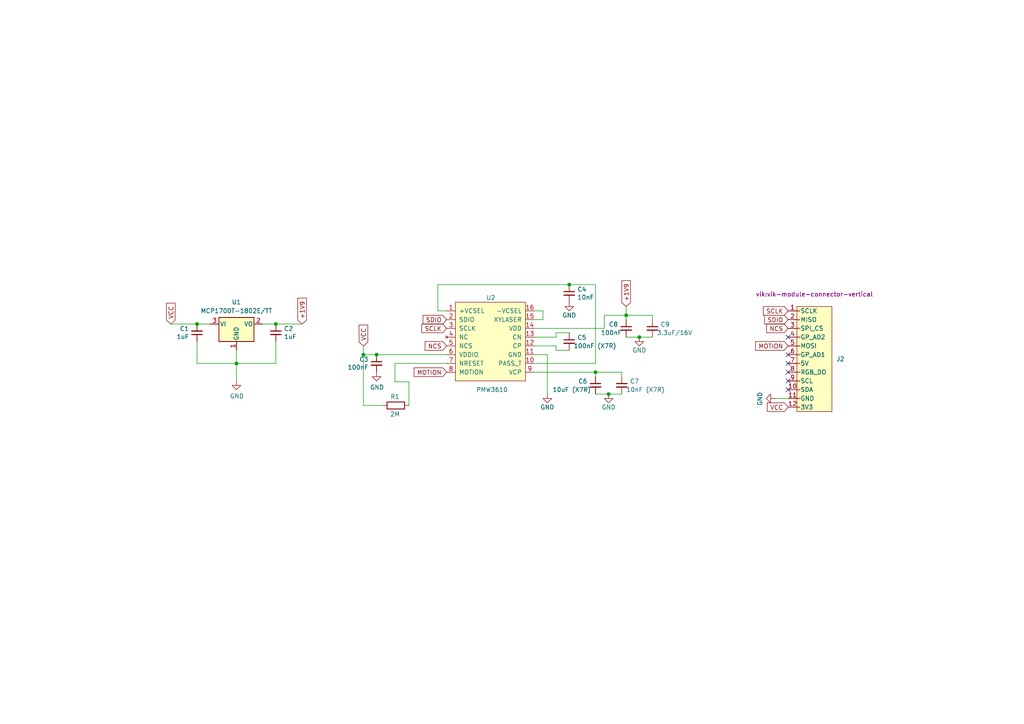
<source format=kicad_sch>
(kicad_sch (version 20231120) (generator "eeschema") (generator_version "8.0")
  (paper "A4")
  (lib_symbols
    (symbol "Device:C_Small" (pin_numbers hide) (pin_names (offset 0.254) hide)
      (property "Reference" "C" (at 0.254 1.778 0))
      (property "Value" "C_Small" (at 0.254 -2.032 0))
      (symbol "C_Small_0_1"
        (polyline (pts (xy -1.524 -0.508) (xy 1.524 -0.508)) (stroke (width 0.3302)))
        (polyline (pts (xy -1.524 0.508) (xy 1.524 0.508)) (stroke (width 0.3048)))
      )
      (symbol "C_Small_1_1"
        (pin passive line (at 0 2.54 270) (length 2.032) (name "~") (number "1"))
        (pin passive line (at 0 -2.54 90) (length 2.032) (name "~") (number "2"))
      )
    )
    (symbol "Device:R" (pin_numbers hide) (pin_names (offset 0))
      (property "Reference" "R" (at 2.032 0 90))
      (property "Value" "R" (at 0 0 90))
      (symbol "R_0_1"
        (rectangle (start -1.016 -2.54) (end 1.016 2.54) (stroke (width 0.254)))
      )
      (symbol "R_1_1"
        (pin passive line (at 0 3.81 270) (length 1.27) (name "~") (number "1"))
        (pin passive line (at 0 -3.81 90) (length 1.27) (name "~") (number "2"))
      )
    )
    (symbol "Regulator_Linear:MCP1700x-180xxTT" (pin_names (offset 0.254))
      (property "Reference" "U" (at -3.81 3.175 0))
      (property "Value" "MCP1700x-180xxTT" (at 0 3.175 0))
      (symbol "MCP1700x-180xxTT_0_1"
        (rectangle (start -5.08 1.905) (end 5.08 -5.08) (stroke (width 0.254)) (fill (type background)))
      )
      (symbol "MCP1700x-180xxTT_1_1"
        (pin power_in line (at 0 -7.62 90) (length 2.54) (name "GND") (number "1"))
        (pin power_out line (at 7.62 0 180) (length 2.54) (name "VO") (number "2"))
        (pin power_in line (at -7.62 0 0) (length 2.54) (name "VI") (number "3"))
      )
    )
    (symbol "mysymbol:PMW3610" (pin_names (offset 1.016))
      (property "Reference" "U2" (at -1.27 13.97 0))
      (property "Value" "PMW3610" (at 5.08 -12.7 0))
      (symbol "PMW3610_0_0"
        (pin input line (at -12.7 10.16 0) (length 2.54) (name "+VCSEL") (number "1"))
        (pin unspecified line (at 12.7 -5.08 180) (length 2.54) (name "PASS_T") (number "10"))
        (pin input line (at 12.7 -2.54 180) (length 2.54) (name "GND") (number "11"))
        (pin unspecified line (at 12.7 0 180) (length 2.54) (name "CP") (number "12"))
        (pin unspecified line (at 12.7 2.54 180) (length 2.54) (name "CN") (number "13"))
        (pin power_in line (at 12.7 5.08 180) (length 2.54) (name "VDD") (number "14"))
        (pin input line (at 12.7 7.62 180) (length 2.54) (name "XYLASER") (number "15"))
        (pin unspecified line (at 12.7 10.16 180) (length 2.54) (name "-VCSEL") (number "16"))
        (pin bidirectional line (at -12.7 7.62 0) (length 2.54) (name "SDIO") (number "2"))
        (pin input line (at -12.7 5.08 0) (length 2.54) (name "SCLK") (number "3"))
        (pin no_connect line (at -12.7 2.54 0) (length 2.54) (name "NC") (number "4"))
        (pin input line (at -12.7 0 0) (length 2.54) (name "NCS") (number "5"))
        (pin input line (at -12.7 -2.54 0) (length 2.54) (name "VDDIO") (number "6"))
        (pin input line (at -12.7 -5.08 0) (length 2.54) (name "NRESET") (number "7"))
        (pin output line (at -12.7 -7.62 0) (length 2.54) (name "MOTION") (number "8"))
        (pin unspecified line (at 12.7 -7.62 180) (length 2.54) (name "VCP") (number "9"))
      )
      (symbol "PMW3610_0_1"
        (rectangle (start -10.16 12.7) (end 10.16 -10.16) (fill (type background)))
      )
    )
    (symbol "power:GND" (power) (pin_names (offset 0))
      (property "Value" "GND" (at 0 -3.81 0))
      (symbol "GND_0_1"
        (polyline (pts (xy 0 0) (xy 0 -1.27) (xy 1.27 -1.27) (xy 0 -2.54) (xy -1.27 -1.27) (xy 0 -1.27)))
      )
      (symbol "GND_1_1"
        (pin power_in line (at 0 0 270) (length 0) hide (name "GND") (number "1"))
      )
    )
    (symbol "vik:vik-module-connector" (pin_names (offset 1))
      (property "Reference" "J" (at 0 15.875 0))
      (symbol "vik-module-connector_1_1"
        (rectangle (start -5.08 13.97) (end 5.08 -16.51) (fill (type background)))
        (rectangle (start -5.0546 -15.113) (end -4.191 -15.367) (stroke (width 0.1)))
        (rectangle (start -5.0546 -12.573) (end -4.191 -12.827) (stroke (width 0.1)))
        (rectangle (start -5.0546 -10.033) (end -4.191 -10.287) (stroke (width 0.1)))
        (rectangle (start -5.0546 -7.493) (end -4.191 -7.747) (stroke (width 0.1)))
        (rectangle (start -5.0546 -4.953) (end -4.191 -5.207) (stroke (width 0.1)))
        (rectangle (start -5.0546 -2.413) (end -4.191 -2.667) (stroke (width 0.1)))
        (rectangle (start -5.0546 0.127) (end -4.191 -0.127) (stroke (width 0.1)))
        (rectangle (start -5.0546 2.667) (end -4.191 2.413) (stroke (width 0.1)))
        (rectangle (start -5.0546 5.207) (end -4.191 4.953) (stroke (width 0.1)))
        (rectangle (start -5.0546 7.747) (end -4.191 7.493) (stroke (width 0.1)))
        (rectangle (start -5.0546 10.287) (end -4.191 10.033) (stroke (width 0.1)))
        (rectangle (start -5.0546 12.827) (end -4.191 12.573) (stroke (width 0.1)))
        (pin output line (at -7.62 12.7 0) (length 2.54) (name "SCLK") (number "1"))
        (pin bidirectional line (at -7.62 -10.16 0) (length 2.54) (name "SDA") (number "10"))
        (pin power_out line (at -7.62 -12.7 0) (length 2.54) (name "GND") (number "11"))
        (pin power_out line (at -7.62 -15.24 0) (length 2.54) (name "3V3") (number "12"))
        (pin tri_state line (at -7.62 10.16 0) (length 2.54) (name "MISO") (number "2"))
        (pin output line (at -7.62 7.62 0) (length 2.54) (name "SPI_CS") (number "3"))
        (pin bidirectional line (at -7.62 5.08 0) (length 2.54) (name "GP_AD2") (number "4"))
        (pin output line (at -7.62 2.54 0) (length 2.54) (name "MOSI") (number "5"))
        (pin bidirectional line (at -7.62 0 0) (length 2.54) (name "GP_AD1") (number "6"))
        (pin power_out line (at -7.62 -2.54 0) (length 2.54) (name "5V") (number "7"))
        (pin output line (at -7.62 -5.08 0) (length 2.54) (name "RGB_DO") (number "8"))
        (pin bidirectional line (at -7.62 -7.62 0) (length 2.54) (name "SCL") (number "9"))
      )
    )
  )
  (junction (at 181.61 91.44))
  (junction (at 176.53 114.3))
  (junction (at 105.41 102.87))
  (junction (at 185.42 97.79))
  (junction (at 57.15 93.98))
  (junction (at 172.72 107.95))
  (junction (at 165.1 82.55))
  (junction (at 80.01 93.98))
  (junction (at 109.22 102.87))
  (junction (at 68.58 105.41))
  (no_connect (at 228.6 102.87))
  (no_connect (at 228.6 113.03))
  (no_connect (at 228.6 97.79))
  (no_connect (at 228.6 105.41))
  (no_connect (at 228.6 110.49))
  (no_connect (at 228.6 107.95))
  (wire (pts (xy 57.15 99.06) (xy 57.15 105.41)))
  (wire (pts (xy 181.61 91.44) (xy 181.61 92.71)))
  (wire (pts (xy 172.72 105.41) (xy 172.72 82.55)))
  (wire (pts (xy 154.94 105.41) (xy 172.72 105.41)))
  (wire (pts (xy 68.58 101.6) (xy 68.58 105.41)))
  (wire (pts (xy 172.72 82.55) (xy 165.1 82.55)))
  (wire (pts (xy 114.554 110.744) (xy 114.554 105.41)))
  (wire (pts (xy 161.29 97.79) (xy 161.29 96.52)))
  (wire (pts (xy 224.79 115.57) (xy 228.6 115.57)))
  (wire (pts (xy 154.94 102.87) (xy 158.75 102.87)))
  (wire (pts (xy 76.2 93.98) (xy 80.01 93.98)))
  (wire (pts (xy 172.72 114.3) (xy 176.53 114.3)))
  (wire (pts (xy 80.01 99.06) (xy 80.01 105.41)))
  (wire (pts (xy 154.94 107.95) (xy 172.72 107.95)))
  (wire (pts (xy 57.15 105.41) (xy 68.58 105.41)))
  (wire (pts (xy 161.29 100.33) (xy 161.29 101.6)))
  (wire (pts (xy 80.01 105.41) (xy 68.58 105.41)))
  (wire (pts (xy 181.61 91.44) (xy 189.23 91.44)))
  (wire (pts (xy 118.618 110.744) (xy 118.618 117.602)))
  (wire (pts (xy 157.48 90.17) (xy 157.48 92.71)))
  (wire (pts (xy 110.998 117.602) (xy 105.41 117.602)))
  (wire (pts (xy 172.72 107.95) (xy 172.72 109.22)))
  (wire (pts (xy 118.618 110.744) (xy 114.554 110.744)))
  (wire (pts (xy 57.15 93.98) (xy 60.96 93.98)))
  (wire (pts (xy 154.94 90.17) (xy 157.48 90.17)))
  (wire (pts (xy 114.554 105.41) (xy 129.54 105.41)))
  (wire (pts (xy 105.41 100.33) (xy 105.41 102.87)))
  (wire (pts (xy 176.53 114.3) (xy 180.34 114.3)))
  (wire (pts (xy 181.61 97.79) (xy 185.42 97.79)))
  (wire (pts (xy 175.26 95.25) (xy 175.26 91.44)))
  (wire (pts (xy 181.61 88.9) (xy 181.61 91.44)))
  (wire (pts (xy 87.63 93.98) (xy 80.01 93.98)))
  (wire (pts (xy 154.94 97.79) (xy 161.29 97.79)))
  (wire (pts (xy 180.34 107.95) (xy 180.34 109.22)))
  (wire (pts (xy 105.41 102.87) (xy 109.22 102.87)))
  (wire (pts (xy 127 90.17) (xy 129.54 90.17)))
  (wire (pts (xy 189.23 91.44) (xy 189.23 92.71)))
  (wire (pts (xy 154.94 95.25) (xy 175.26 95.25)))
  (wire (pts (xy 161.29 96.52) (xy 165.1 96.52)))
  (wire (pts (xy 172.72 107.95) (xy 180.34 107.95)))
  (wire (pts (xy 154.94 92.71) (xy 157.48 92.71)))
  (wire (pts (xy 175.26 91.44) (xy 181.61 91.44)))
  (wire (pts (xy 68.58 105.41) (xy 68.58 110.49)))
  (wire (pts (xy 165.1 82.55) (xy 127 82.55)))
  (wire (pts (xy 158.75 102.87) (xy 158.75 114.3)))
  (wire (pts (xy 105.41 102.87) (xy 105.41 117.602)))
  (wire (pts (xy 185.42 97.79) (xy 189.23 97.79)))
  (wire (pts (xy 127 82.55) (xy 127 90.17)))
  (wire (pts (xy 161.29 101.6) (xy 165.1 101.6)))
  (wire (pts (xy 154.94 100.33) (xy 161.29 100.33)))
  (wire (pts (xy 109.22 102.87) (xy 129.54 102.87)))
  (wire (pts (xy 49.53 93.98) (xy 57.15 93.98)))
  (global_label "NCS" (shape input) (at 129.54 100.33 180) (property "Intersheetrefs" "${INTERSHEET_REFS}" (effects (hide yes))))
  (global_label "MOTION" (shape input) (at 228.6 100.33 180) (property "Intersheetrefs" "${INTERSHEET_REFS}" (effects (hide yes))))
  (global_label "+1V9" (shape input) (at 181.61 88.9 90) (property "Intersheetrefs" "${INTERSHEET_REFS}" (effects (hide yes))))
  (global_label "+1V9" (shape input) (at 87.63 93.98 90) (property "Intersheetrefs" "${INTERSHEET_REFS}" (effects (hide yes))))
  (global_label "VCC" (shape input) (at 105.41 100.33 90) (property "Intersheetrefs" "${INTERSHEET_REFS}" (effects (hide yes))))
  (global_label "NCS" (shape input) (at 228.6 95.25 180) (property "Intersheetrefs" "${INTERSHEET_REFS}" (effects (hide yes))))
  (global_label "VCC" (shape input) (at 49.53 93.98 90) (property "Intersheetrefs" "${INTERSHEET_REFS}" (effects (hide yes))))
  (global_label "SCLK" (shape input) (at 228.6 90.17 180) (property "Intersheetrefs" "${INTERSHEET_REFS}" (effects (hide yes))))
  (global_label "SDIO" (shape input) (at 129.54 92.71 180) (property "Intersheetrefs" "${INTERSHEET_REFS}" (effects (hide yes))))
  (global_label "MOTION" (shape input) (at 129.54 107.95 180) (property "Intersheetrefs" "${INTERSHEET_REFS}" (effects (hide yes))))
  (global_label "SDIO" (shape input) (at 228.6 92.71 180) (property "Intersheetrefs" "${INTERSHEET_REFS}" (effects (hide yes))))
  (global_label "VCC" (shape input) (at 228.6 118.11 180) (property "Intersheetrefs" "${INTERSHEET_REFS}" (effects (hide yes))))
  (global_label "SCLK" (shape input) (at 129.54 95.25 180) (property "Intersheetrefs" "${INTERSHEET_REFS}" (effects (hide yes))))
  (symbol (lib_id "power:GND") (at 158.75 114.3 0) (unit 1)
    (property "Reference" "#PWR03" (effects (hide yes)))
    (property "Value" "GND" (at 158.75 118.11 0))
  )
  (symbol (lib_id "power:GND") (at 109.22 107.95 0) (unit 1)
    (property "Reference" "#PWR02" (effects (hide yes)))
    (property "Value" "GND" (at 109.347 112.3442 0))
  )
  (symbol (lib_id "mysymbol:PMW3610") (at 142.24 100.33 0) (unit 1)
    (property "Reference" "U2" (at 140.97 86.36 0) (effects (justify left)))
    (property "Value" "PMW3610" (at 147.32 113.03 0) (effects (justify right)))
    (property "Footprint" "roBa:PMW3610DM-SUDU 16Pin" (effects (hide yes)))
  )
  (symbol (lib_id "Device:C_Small") (at 80.01 96.52 0) (unit 1)
    (property "Reference" "C2" (at 82.3468 95.3516 0) (effects (justify left)))
    (property "Value" "1uF" (at 82.3468 97.663 0) (effects (justify left)))
    (property "Footprint" "roBa:C_0603_1608Metric" (effects (hide yes)))
  )
  (symbol (lib_id "Regulator_Linear:MCP1700x-180xxTT") (at 68.58 93.98 0) (unit 1)
    (property "Reference" "U1" (at 68.58 87.63 0))
    (property "Value" "MCP1700T-1802E/TT" (at 68.58 90.17 0))
    (property "Footprint" "roBa:SOT-23" (effects (hide yes)))
    (property "Datasheet" "http://ww1.microchip.com/downloads/en/DeviceDoc/20001826D.pdf" (effects (hide yes)))
    (property "Description" "250mA Low Quiscent Current LDO, 1.8V output, SOT-23" (effects (hide yes)))
  )
  (symbol (lib_id "power:GND") (at 224.79 115.57 270) (unit 1)
    (property "Reference" "#PWR07" (effects (hide yes)))
    (property "Value" "GND" (at 220.3958 115.697 0))
  )
  (symbol (lib_id "Device:C_Small") (at 109.22 105.41 0) (mirror y) (unit 1)
    (property "Reference" "C3" (at 106.8832 104.2416 0) (effects (justify left)))
    (property "Value" "100nF" (at 106.8832 106.553 0) (effects (justify left)))
    (property "Footprint" "roBa:C_0603_1608Metric" (effects (hide yes)))
  )
  (symbol (lib_id "Device:C_Small") (at 181.61 95.25 0) (mirror y) (unit 1)
    (property "Reference" "C8" (at 179.2732 94.0816 0) (effects (justify left)))
    (property "Value" "100nF" (at 180.34 96.52 0) (effects (justify left)))
    (property "Footprint" "roBa:C_0603_1608Metric" (effects (hide yes)))
  )
  (symbol (lib_id "Device:C_Small") (at 165.1 85.09 0) (unit 1)
    (property "Reference" "C4" (at 167.4368 83.9216 0) (effects (justify left)))
    (property "Value" "10nF" (at 167.4368 86.233 0) (effects (justify left)))
    (property "Footprint" "roBa:C_0603_1608Metric" (effects (hide yes)))
  )
  (symbol (lib_id "Device:C_Small") (at 165.1 99.06 0) (unit 1)
    (property "Reference" "C5" (at 167.4368 97.8916 0) (effects (justify left)))
    (property "Value" "100nF (X7R)" (at 166.37 100.33 0) (effects (justify left)))
    (property "Footprint" "roBa:C_0603_1608Metric" (effects (hide yes)))
  )
  (symbol (lib_id "Device:C_Small") (at 57.15 96.52 0) (mirror x) (unit 1)
    (property "Reference" "C1" (at 54.8386 95.3516 0) (effects (justify right)))
    (property "Value" "1uF" (at 54.8386 97.663 0) (effects (justify right)))
    (property "Footprint" "roBa:C_0603_1608Metric" (effects (hide yes)))
  )
  (symbol (lib_id "power:GND") (at 185.42 97.79 0) (unit 1)
    (property "Reference" "#PWR06" (effects (hide yes)))
    (property "Value" "GND" (at 185.42 101.6 0))
  )
  (symbol (lib_id "power:GND") (at 68.58 110.49 0) (unit 1)
    (property "Reference" "#PWR01" (effects (hide yes)))
    (property "Value" "GND" (at 68.707 114.8842 0))
  )
  (symbol (lib_id "Device:R") (at 114.808 117.602 270) (unit 1)
    (property "Reference" "R1" (at 114.554 115.062 90))
    (property "Value" "2M" (at 114.554 120.142 90))
    (property "Footprint" "roBa:R_0603_1608Metric" (effects (hide yes)))
  )
  (symbol (lib_id "Device:C_Small") (at 180.34 111.76 0) (unit 1)
    (property "Reference" "C7" (at 182.6768 110.5916 0) (effects (justify left)))
    (property "Value" "10nF (X7R)" (at 181.61 113.03 0) (effects (justify left)))
    (property "Footprint" "roBa:C_0603_1608Metric" (effects (hide yes)))
  )
  (symbol (lib_id "Device:C_Small") (at 189.23 95.25 0) (unit 1)
    (property "Reference" "C9" (at 191.5668 94.0816 0) (effects (justify left)))
    (property "Value" "3.3uF/16V" (at 190.5 96.52 0) (effects (justify left)))
    (property "Footprint" "roBa:C_0603_1608Metric" (effects (hide yes)))
  )
  (symbol (lib_id "Device:C_Small") (at 172.72 111.76 0) (mirror y) (unit 1)
    (property "Reference" "C6" (at 170.3832 110.5916 0) (effects (justify left)))
    (property "Value" "10uF (X7R)" (at 171.45 113.03 0) (effects (justify left)))
    (property "Footprint" "roBa:C_0603_1608Metric" (effects (hide yes)))
  )
  (symbol (lib_id "power:GND") (at 176.53 114.3 0) (unit 1)
    (property "Reference" "#PWR05" (effects (hide yes)))
    (property "Value" "GND" (at 176.53 118.11 0))
  )
  (symbol (lib_id "vik:vik-module-connector") (at 236.22 102.87 0) (unit 1)
    (property "Reference" "J2" (at 242.57 104.1399 0) (effects (justify left)))
    (property "Value" "vik-module-connector" (effects (hide yes)))
    (property "Footprint" "vik:vik-module-connector-vertical" (at 236.22 85.344 0))
  )
  (symbol (lib_id "power:GND") (at 165.1 87.63 0) (unit 1)
    (property "Reference" "#PWR04" (effects (hide yes)))
    (property "Value" "GND" (at 165.1 91.44 0))
  )
)
</source>
